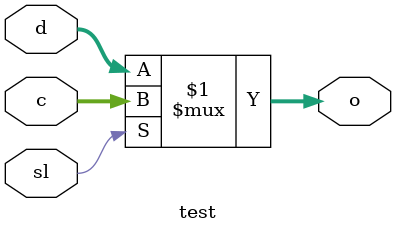
<source format=v>
module test (o, d, c, sl);
  input [3:0] d, c;
  input sl;
  output [3:0] o;
  assign o = sl ? c : d;
endmodule

</source>
